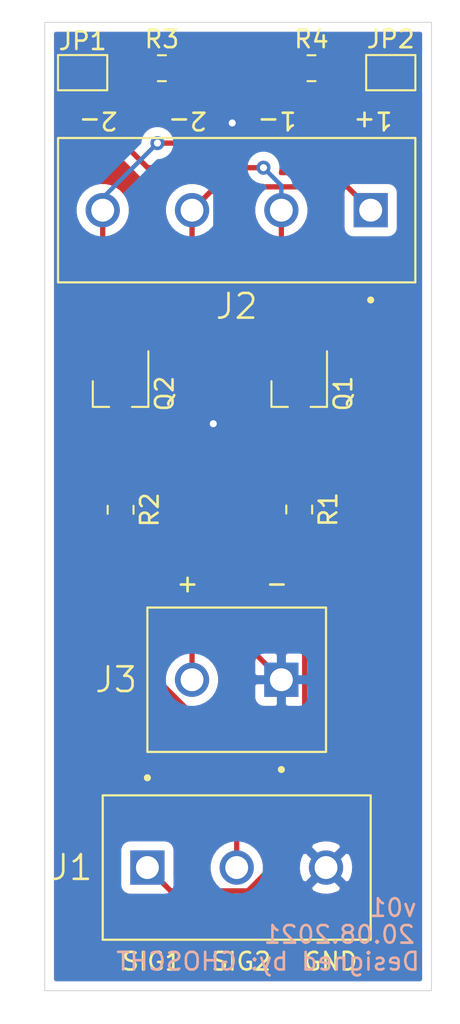
<source format=kicad_pcb>
(kicad_pcb (version 20171130) (host pcbnew "(5.1.10)-1")

  (general
    (thickness 1.6)
    (drawings 16)
    (tracks 50)
    (zones 0)
    (modules 11)
    (nets 11)
  )

  (page A4)
  (title_block
    (title "LED Module")
    (date 2021-08-19)
    (rev v01)
    (comment 4 "Author: GHOSCHT")
  )

  (layers
    (0 F.Cu signal)
    (31 B.Cu signal)
    (32 B.Adhes user)
    (33 F.Adhes user)
    (34 B.Paste user)
    (35 F.Paste user)
    (36 B.SilkS user hide)
    (37 F.SilkS user)
    (38 B.Mask user)
    (39 F.Mask user)
    (40 Dwgs.User user)
    (41 Cmts.User user)
    (42 Eco1.User user)
    (43 Eco2.User user)
    (44 Edge.Cuts user)
    (45 Margin user)
    (46 B.CrtYd user)
    (47 F.CrtYd user)
    (48 B.Fab user)
    (49 F.Fab user)
  )

  (setup
    (last_trace_width 0.25)
    (user_trace_width 0.3)
    (trace_clearance 0.2)
    (zone_clearance 0.508)
    (zone_45_only no)
    (trace_min 0.2)
    (via_size 0.8)
    (via_drill 0.4)
    (via_min_size 0.4)
    (via_min_drill 0.3)
    (uvia_size 0.3)
    (uvia_drill 0.1)
    (uvias_allowed no)
    (uvia_min_size 0.2)
    (uvia_min_drill 0.1)
    (edge_width 0.05)
    (segment_width 0.2)
    (pcb_text_width 0.3)
    (pcb_text_size 1.5 1.5)
    (mod_edge_width 0.12)
    (mod_text_size 1 1)
    (mod_text_width 0.15)
    (pad_size 1.524 1.524)
    (pad_drill 0.762)
    (pad_to_mask_clearance 0)
    (aux_axis_origin 0 0)
    (visible_elements 7FFFFFFF)
    (pcbplotparams
      (layerselection 0x010fc_ffffffff)
      (usegerberextensions true)
      (usegerberattributes true)
      (usegerberadvancedattributes true)
      (creategerberjobfile true)
      (excludeedgelayer true)
      (linewidth 0.100000)
      (plotframeref false)
      (viasonmask false)
      (mode 1)
      (useauxorigin false)
      (hpglpennumber 1)
      (hpglpenspeed 20)
      (hpglpendiameter 15.000000)
      (psnegative false)
      (psa4output false)
      (plotreference true)
      (plotvalue false)
      (plotinvisibletext false)
      (padsonsilk false)
      (subtractmaskfromsilk true)
      (outputformat 1)
      (mirror false)
      (drillshape 0)
      (scaleselection 1)
      (outputdirectory "Gerber/"))
  )

  (net 0 "")
  (net 1 "Net-(Q1-Pad1)")
  (net 2 "Net-(Q2-Pad1)")
  (net 3 SIG1)
  (net 4 SIG2)
  (net 5 GND)
  (net 6 VCC)
  (net 7 LED1N)
  (net 8 LED2N)
  (net 9 "Net-(JP1-Pad2)")
  (net 10 "Net-(JP2-Pad2)")

  (net_class Default "This is the default net class."
    (clearance 0.2)
    (trace_width 0.25)
    (via_dia 0.8)
    (via_drill 0.4)
    (uvia_dia 0.3)
    (uvia_drill 0.1)
    (add_net GND)
    (add_net LED1N)
    (add_net LED2N)
    (add_net "Net-(JP1-Pad2)")
    (add_net "Net-(JP2-Pad2)")
    (add_net "Net-(Q1-Pad1)")
    (add_net "Net-(Q2-Pad1)")
    (add_net SIG1)
    (add_net SIG2)
    (add_net VCC)
  )

  (module CUI_TB006-508-03BE:CUI_TB006-508-03BE (layer F.Cu) (tedit 6113F46A) (tstamp 611C5DC1)
    (at 142.494 94.742)
    (path /611C0292)
    (fp_text reference J1 (at -4.318 0) (layer F.SilkS)
      (effects (font (size 1.4 1.4) (thickness 0.15)))
    )
    (fp_text value Screw_Terminal_01x03 (at 4.826 5.842) (layer F.Fab)
      (effects (font (size 1.4 1.4) (thickness 0.15)))
    )
    (fp_circle (center 0 -5.1) (end 0.1 -5.1) (layer F.Fab) (width 0.2))
    (fp_circle (center 0 -5.1) (end 0.1 -5.1) (layer F.SilkS) (width 0.2))
    (fp_line (start 12.95 -4.35) (end 12.95 4.35) (layer F.CrtYd) (width 0.05))
    (fp_line (start -2.79 4.35) (end -2.79 -4.35) (layer F.CrtYd) (width 0.05))
    (fp_line (start 12.95 4.35) (end -2.79 4.35) (layer F.CrtYd) (width 0.05))
    (fp_line (start -2.79 -4.35) (end 12.95 -4.35) (layer F.CrtYd) (width 0.05))
    (fp_line (start 12.7 4.1) (end -2.54 4.1) (layer F.SilkS) (width 0.127))
    (fp_line (start -2.54 -4.1) (end 12.7 -4.1) (layer F.SilkS) (width 0.127))
    (fp_line (start 12.7 -4.1) (end 12.7 4.1) (layer F.SilkS) (width 0.127))
    (fp_line (start -2.54 4.1) (end -2.54 -4.1) (layer F.SilkS) (width 0.127))
    (fp_line (start 12.7 4.1) (end -2.54 4.1) (layer F.Fab) (width 0.127))
    (fp_line (start 12.7 -4.1) (end 12.7 4.1) (layer F.Fab) (width 0.127))
    (fp_line (start -2.54 -4.1) (end 12.7 -4.1) (layer F.Fab) (width 0.127))
    (fp_line (start -2.54 4.1) (end -2.54 -4.1) (layer F.Fab) (width 0.127))
    (pad 1 thru_hole rect (at 0 0) (size 1.95 1.95) (drill 1.3) (layers *.Cu *.Mask)
      (net 3 SIG1))
    (pad 2 thru_hole circle (at 5.08 0) (size 1.95 1.95) (drill 1.3) (layers *.Cu *.Mask)
      (net 4 SIG2))
    (pad 3 thru_hole circle (at 10.16 0) (size 1.95 1.95) (drill 1.3) (layers *.Cu *.Mask)
      (net 5 GND))
    (model ${KIPRJMOD}/Libraries/CUI_TB006-508-03BE.models/TB006-508-03BE.step
      (at (xyz 0 0 0))
      (scale (xyz 1 1 1))
      (rotate (xyz -90 0 0))
    )
  )

  (module CUI_TB006-508-04BE:CUI_TB006-508-04BE (layer F.Cu) (tedit 611C0388) (tstamp 611C611E)
    (at 155.194 57.404 180)
    (path /611C148E)
    (fp_text reference J2 (at 7.62 -5.461) (layer F.SilkS)
      (effects (font (size 1.4 1.4) (thickness 0.15)))
    )
    (fp_text value Screw_Terminal_01x04 (at 7.62 -5.08) (layer F.Fab)
      (effects (font (size 1.4 1.4) (thickness 0.15)))
    )
    (fp_line (start -2.54 4.1) (end -2.54 -4.1) (layer F.Fab) (width 0.127))
    (fp_line (start -2.54 -4.1) (end 17.78 -4.1) (layer F.Fab) (width 0.127))
    (fp_line (start 17.78 -4.1) (end 17.78 4.1) (layer F.Fab) (width 0.127))
    (fp_line (start 17.78 4.1) (end -2.54 4.1) (layer F.Fab) (width 0.127))
    (fp_line (start -2.54 4.1) (end -2.54 -4.1) (layer F.SilkS) (width 0.127))
    (fp_line (start 17.78 -4.1) (end 17.78 4.1) (layer F.SilkS) (width 0.127))
    (fp_line (start -2.54 -4.1) (end 17.78 -4.1) (layer F.SilkS) (width 0.127))
    (fp_line (start 17.78 4.1) (end -2.54 4.1) (layer F.SilkS) (width 0.127))
    (fp_line (start -2.79 -4.35) (end 18.03 -4.35) (layer F.CrtYd) (width 0.05))
    (fp_line (start 18.03 4.35) (end -2.79 4.35) (layer F.CrtYd) (width 0.05))
    (fp_line (start -2.79 4.35) (end -2.79 -4.35) (layer F.CrtYd) (width 0.05))
    (fp_line (start 18.03 -4.35) (end 18.03 4.35) (layer F.CrtYd) (width 0.05))
    (fp_circle (center 0 -5.1) (end 0.1 -5.1) (layer F.SilkS) (width 0.2))
    (fp_circle (center 0 -5.1) (end 0.1 -5.1) (layer F.Fab) (width 0.2))
    (pad 1 thru_hole rect (at 0 0 180) (size 1.95 1.95) (drill 1.3) (layers *.Cu *.Mask)
      (net 6 VCC))
    (pad 2 thru_hole circle (at 5.08 0 180) (size 1.95 1.95) (drill 1.3) (layers *.Cu *.Mask)
      (net 7 LED1N))
    (pad 3 thru_hole circle (at 10.16 0 180) (size 1.95 1.95) (drill 1.3) (layers *.Cu *.Mask)
      (net 6 VCC))
    (pad 4 thru_hole circle (at 15.24 0 180) (size 1.95 1.95) (drill 1.3) (layers *.Cu *.Mask)
      (net 8 LED2N))
    (model ${KIPRJMOD}/Libraries/CUI_TB006-508-04BE.models/CUI_DEVICES_TB006-508-04BE.step
      (offset (xyz 20.4 4 0))
      (scale (xyz 1 1 1))
      (rotate (xyz -90 0 90))
    )
  )

  (module Package_TO_SOT_SMD:SOT-23_Handsoldering (layer F.Cu) (tedit 5A0AB76C) (tstamp 611C6428)
    (at 151.13 67.818 270)
    (descr "SOT-23, Handsoldering")
    (tags SOT-23)
    (path /611C28DF)
    (attr smd)
    (fp_text reference Q1 (at 0 -2.5 90) (layer F.SilkS)
      (effects (font (size 1 1) (thickness 0.15)))
    )
    (fp_text value Q_NPN_BCE (at 0 2.5 90) (layer F.Fab)
      (effects (font (size 1 1) (thickness 0.15)))
    )
    (fp_line (start 0.76 1.58) (end 0.76 0.65) (layer F.SilkS) (width 0.12))
    (fp_line (start 0.76 -1.58) (end 0.76 -0.65) (layer F.SilkS) (width 0.12))
    (fp_line (start -2.7 -1.75) (end 2.7 -1.75) (layer F.CrtYd) (width 0.05))
    (fp_line (start 2.7 -1.75) (end 2.7 1.75) (layer F.CrtYd) (width 0.05))
    (fp_line (start 2.7 1.75) (end -2.7 1.75) (layer F.CrtYd) (width 0.05))
    (fp_line (start -2.7 1.75) (end -2.7 -1.75) (layer F.CrtYd) (width 0.05))
    (fp_line (start 0.76 -1.58) (end -2.4 -1.58) (layer F.SilkS) (width 0.12))
    (fp_line (start -0.7 -0.95) (end -0.7 1.5) (layer F.Fab) (width 0.1))
    (fp_line (start -0.15 -1.52) (end 0.7 -1.52) (layer F.Fab) (width 0.1))
    (fp_line (start -0.7 -0.95) (end -0.15 -1.52) (layer F.Fab) (width 0.1))
    (fp_line (start 0.7 -1.52) (end 0.7 1.52) (layer F.Fab) (width 0.1))
    (fp_line (start -0.7 1.52) (end 0.7 1.52) (layer F.Fab) (width 0.1))
    (fp_line (start 0.76 1.58) (end -0.7 1.58) (layer F.SilkS) (width 0.12))
    (fp_text user %R (at 0 0) (layer F.Fab)
      (effects (font (size 0.5 0.5) (thickness 0.075)))
    )
    (pad 1 smd rect (at -1.5 -0.95 270) (size 1.9 0.8) (layers F.Cu F.Paste F.Mask)
      (net 1 "Net-(Q1-Pad1)"))
    (pad 2 smd rect (at -1.5 0.95 270) (size 1.9 0.8) (layers F.Cu F.Paste F.Mask)
      (net 7 LED1N))
    (pad 3 smd rect (at 1.5 0 270) (size 1.9 0.8) (layers F.Cu F.Paste F.Mask)
      (net 5 GND))
    (model ${KISYS3DMOD}/Package_TO_SOT_SMD.3dshapes/SOT-23.wrl
      (at (xyz 0 0 0))
      (scale (xyz 1 1 1))
      (rotate (xyz 0 0 0))
    )
  )

  (module Package_TO_SOT_SMD:SOT-23_Handsoldering (layer F.Cu) (tedit 5A0AB76C) (tstamp 611C643D)
    (at 140.97 67.818 270)
    (descr "SOT-23, Handsoldering")
    (tags SOT-23)
    (path /611C3B1E)
    (attr smd)
    (fp_text reference Q2 (at 0 -2.5 90) (layer F.SilkS)
      (effects (font (size 1 1) (thickness 0.15)))
    )
    (fp_text value Q_NPN_BCE (at 0 2.5 90) (layer F.Fab)
      (effects (font (size 1 1) (thickness 0.15)))
    )
    (fp_line (start 0.76 1.58) (end -0.7 1.58) (layer F.SilkS) (width 0.12))
    (fp_line (start -0.7 1.52) (end 0.7 1.52) (layer F.Fab) (width 0.1))
    (fp_line (start 0.7 -1.52) (end 0.7 1.52) (layer F.Fab) (width 0.1))
    (fp_line (start -0.7 -0.95) (end -0.15 -1.52) (layer F.Fab) (width 0.1))
    (fp_line (start -0.15 -1.52) (end 0.7 -1.52) (layer F.Fab) (width 0.1))
    (fp_line (start -0.7 -0.95) (end -0.7 1.5) (layer F.Fab) (width 0.1))
    (fp_line (start 0.76 -1.58) (end -2.4 -1.58) (layer F.SilkS) (width 0.12))
    (fp_line (start -2.7 1.75) (end -2.7 -1.75) (layer F.CrtYd) (width 0.05))
    (fp_line (start 2.7 1.75) (end -2.7 1.75) (layer F.CrtYd) (width 0.05))
    (fp_line (start 2.7 -1.75) (end 2.7 1.75) (layer F.CrtYd) (width 0.05))
    (fp_line (start -2.7 -1.75) (end 2.7 -1.75) (layer F.CrtYd) (width 0.05))
    (fp_line (start 0.76 -1.58) (end 0.76 -0.65) (layer F.SilkS) (width 0.12))
    (fp_line (start 0.76 1.58) (end 0.76 0.65) (layer F.SilkS) (width 0.12))
    (fp_text user %R (at 0 0) (layer F.Fab)
      (effects (font (size 0.5 0.5) (thickness 0.075)))
    )
    (pad 3 smd rect (at 1.5 0 270) (size 1.9 0.8) (layers F.Cu F.Paste F.Mask)
      (net 5 GND))
    (pad 2 smd rect (at -1.5 0.95 270) (size 1.9 0.8) (layers F.Cu F.Paste F.Mask)
      (net 8 LED2N))
    (pad 1 smd rect (at -1.5 -0.95 270) (size 1.9 0.8) (layers F.Cu F.Paste F.Mask)
      (net 2 "Net-(Q2-Pad1)"))
    (model ${KISYS3DMOD}/Package_TO_SOT_SMD.3dshapes/SOT-23.wrl
      (at (xyz 0 0 0))
      (scale (xyz 1 1 1))
      (rotate (xyz 0 0 0))
    )
  )

  (module CUI_TB006-508-02BE:CUI_TB006-508-02BE (layer F.Cu) (tedit 611C079C) (tstamp 611C65CD)
    (at 150.114 84.074 180)
    (path /611DE627)
    (fp_text reference J3 (at 9.398 0) (layer F.SilkS)
      (effects (font (size 1.4 1.4) (thickness 0.15)))
    )
    (fp_text value Screw_Terminal_01x02 (at 2.54 5.334) (layer F.Fab)
      (effects (font (size 1.4 1.4) (thickness 0.15)))
    )
    (fp_circle (center 0 -5.1) (end 0.1 -5.1) (layer F.Fab) (width 0.2))
    (fp_circle (center 0 -5.1) (end 0.1 -5.1) (layer F.SilkS) (width 0.2))
    (fp_line (start 7.87 -4.35) (end 7.87 4.35) (layer F.CrtYd) (width 0.05))
    (fp_line (start -2.79 4.35) (end -2.79 -4.35) (layer F.CrtYd) (width 0.05))
    (fp_line (start 7.87 4.35) (end -2.79 4.35) (layer F.CrtYd) (width 0.05))
    (fp_line (start -2.79 -4.35) (end 7.87 -4.35) (layer F.CrtYd) (width 0.05))
    (fp_line (start 7.62 4.1) (end -2.54 4.1) (layer F.SilkS) (width 0.127))
    (fp_line (start -2.54 -4.1) (end 7.62 -4.1) (layer F.SilkS) (width 0.127))
    (fp_line (start 7.62 -4.1) (end 7.62 4.1) (layer F.SilkS) (width 0.127))
    (fp_line (start -2.54 4.1) (end -2.54 -4.1) (layer F.SilkS) (width 0.127))
    (fp_line (start 7.62 4.1) (end -2.54 4.1) (layer F.Fab) (width 0.127))
    (fp_line (start 7.62 -4.1) (end 7.62 4.1) (layer F.Fab) (width 0.127))
    (fp_line (start -2.54 -4.1) (end 7.62 -4.1) (layer F.Fab) (width 0.127))
    (fp_line (start -2.54 4.1) (end -2.54 -4.1) (layer F.Fab) (width 0.127))
    (pad 1 thru_hole rect (at 0 0 180) (size 1.95 1.95) (drill 1.3) (layers *.Cu *.Mask)
      (net 5 GND))
    (pad 2 thru_hole circle (at 5.08 0 180) (size 1.95 1.95) (drill 1.3) (layers *.Cu *.Mask)
      (net 6 VCC))
    (model ${KIPRJMOD}/Libraries/CUI_TB006-508-02BE.models/CUI_DEVICES_TB006-508-02BE.step
      (offset (xyz 10.15 4.1 0))
      (scale (xyz 1 1 1))
      (rotate (xyz -90 0 90))
    )
  )

  (module Resistor_SMD:R_0805_2012Metric_Pad1.20x1.40mm_HandSolder (layer F.Cu) (tedit 5F68FEEE) (tstamp 611F11E0)
    (at 151.13 74.406 270)
    (descr "Resistor SMD 0805 (2012 Metric), square (rectangular) end terminal, IPC_7351 nominal with elongated pad for handsoldering. (Body size source: IPC-SM-782 page 72, https://www.pcb-3d.com/wordpress/wp-content/uploads/ipc-sm-782a_amendment_1_and_2.pdf), generated with kicad-footprint-generator")
    (tags "resistor handsolder")
    (path /611DFF5B)
    (attr smd)
    (fp_text reference R1 (at 0 -1.65 90) (layer F.SilkS)
      (effects (font (size 1 1) (thickness 0.15)))
    )
    (fp_text value 470 (at 0 1.65 90) (layer F.Fab)
      (effects (font (size 1 1) (thickness 0.15)))
    )
    (fp_line (start 1.85 0.95) (end -1.85 0.95) (layer F.CrtYd) (width 0.05))
    (fp_line (start 1.85 -0.95) (end 1.85 0.95) (layer F.CrtYd) (width 0.05))
    (fp_line (start -1.85 -0.95) (end 1.85 -0.95) (layer F.CrtYd) (width 0.05))
    (fp_line (start -1.85 0.95) (end -1.85 -0.95) (layer F.CrtYd) (width 0.05))
    (fp_line (start -0.227064 0.735) (end 0.227064 0.735) (layer F.SilkS) (width 0.12))
    (fp_line (start -0.227064 -0.735) (end 0.227064 -0.735) (layer F.SilkS) (width 0.12))
    (fp_line (start 1 0.625) (end -1 0.625) (layer F.Fab) (width 0.1))
    (fp_line (start 1 -0.625) (end 1 0.625) (layer F.Fab) (width 0.1))
    (fp_line (start -1 -0.625) (end 1 -0.625) (layer F.Fab) (width 0.1))
    (fp_line (start -1 0.625) (end -1 -0.625) (layer F.Fab) (width 0.1))
    (fp_text user %R (at 0 0 90) (layer F.Fab)
      (effects (font (size 0.5 0.5) (thickness 0.08)))
    )
    (pad 1 smd roundrect (at -1 0 270) (size 1.2 1.4) (layers F.Cu F.Paste F.Mask) (roundrect_rratio 0.2083325)
      (net 1 "Net-(Q1-Pad1)"))
    (pad 2 smd roundrect (at 1 0 270) (size 1.2 1.4) (layers F.Cu F.Paste F.Mask) (roundrect_rratio 0.2083325)
      (net 3 SIG1))
    (model ${KISYS3DMOD}/Resistor_SMD.3dshapes/R_0805_2012Metric.wrl
      (at (xyz 0 0 0))
      (scale (xyz 1 1 1))
      (rotate (xyz 0 0 0))
    )
  )

  (module Resistor_SMD:R_0805_2012Metric_Pad1.20x1.40mm_HandSolder (layer F.Cu) (tedit 5F68FEEE) (tstamp 611C65EF)
    (at 140.97 74.422 270)
    (descr "Resistor SMD 0805 (2012 Metric), square (rectangular) end terminal, IPC_7351 nominal with elongated pad for handsoldering. (Body size source: IPC-SM-782 page 72, https://www.pcb-3d.com/wordpress/wp-content/uploads/ipc-sm-782a_amendment_1_and_2.pdf), generated with kicad-footprint-generator")
    (tags "resistor handsolder")
    (path /611E2082)
    (attr smd)
    (fp_text reference R2 (at 0 -1.65 90) (layer F.SilkS)
      (effects (font (size 1 1) (thickness 0.15)))
    )
    (fp_text value 470 (at 0 1.65 90) (layer F.Fab)
      (effects (font (size 1 1) (thickness 0.15)))
    )
    (fp_line (start -1 0.625) (end -1 -0.625) (layer F.Fab) (width 0.1))
    (fp_line (start -1 -0.625) (end 1 -0.625) (layer F.Fab) (width 0.1))
    (fp_line (start 1 -0.625) (end 1 0.625) (layer F.Fab) (width 0.1))
    (fp_line (start 1 0.625) (end -1 0.625) (layer F.Fab) (width 0.1))
    (fp_line (start -0.227064 -0.735) (end 0.227064 -0.735) (layer F.SilkS) (width 0.12))
    (fp_line (start -0.227064 0.735) (end 0.227064 0.735) (layer F.SilkS) (width 0.12))
    (fp_line (start -1.85 0.95) (end -1.85 -0.95) (layer F.CrtYd) (width 0.05))
    (fp_line (start -1.85 -0.95) (end 1.85 -0.95) (layer F.CrtYd) (width 0.05))
    (fp_line (start 1.85 -0.95) (end 1.85 0.95) (layer F.CrtYd) (width 0.05))
    (fp_line (start 1.85 0.95) (end -1.85 0.95) (layer F.CrtYd) (width 0.05))
    (fp_text user %R (at 0 0 90) (layer F.Fab)
      (effects (font (size 0.5 0.5) (thickness 0.08)))
    )
    (pad 2 smd roundrect (at 1 0 270) (size 1.2 1.4) (layers F.Cu F.Paste F.Mask) (roundrect_rratio 0.2083325)
      (net 4 SIG2))
    (pad 1 smd roundrect (at -1 0 270) (size 1.2 1.4) (layers F.Cu F.Paste F.Mask) (roundrect_rratio 0.2083325)
      (net 2 "Net-(Q2-Pad1)"))
    (model ${KISYS3DMOD}/Resistor_SMD.3dshapes/R_0805_2012Metric.wrl
      (at (xyz 0 0 0))
      (scale (xyz 1 1 1))
      (rotate (xyz 0 0 0))
    )
  )

  (module Jumper:SolderJumper-2_P1.3mm_Open_Pad1.0x1.5mm (layer F.Cu) (tedit 5A3EABFC) (tstamp 611F45AD)
    (at 138.811 49.5935)
    (descr "SMD Solder Jumper, 1x1.5mm Pads, 0.3mm gap, open")
    (tags "solder jumper open")
    (path /611EF295)
    (attr virtual)
    (fp_text reference JP1 (at 0 -1.8) (layer F.SilkS)
      (effects (font (size 1 1) (thickness 0.15)))
    )
    (fp_text value Jumper (at 0 1.9) (layer F.Fab)
      (effects (font (size 1 1) (thickness 0.15)))
    )
    (fp_line (start -1.4 1) (end -1.4 -1) (layer F.SilkS) (width 0.12))
    (fp_line (start 1.4 1) (end -1.4 1) (layer F.SilkS) (width 0.12))
    (fp_line (start 1.4 -1) (end 1.4 1) (layer F.SilkS) (width 0.12))
    (fp_line (start -1.4 -1) (end 1.4 -1) (layer F.SilkS) (width 0.12))
    (fp_line (start -1.65 -1.25) (end 1.65 -1.25) (layer F.CrtYd) (width 0.05))
    (fp_line (start -1.65 -1.25) (end -1.65 1.25) (layer F.CrtYd) (width 0.05))
    (fp_line (start 1.65 1.25) (end 1.65 -1.25) (layer F.CrtYd) (width 0.05))
    (fp_line (start 1.65 1.25) (end -1.65 1.25) (layer F.CrtYd) (width 0.05))
    (pad 2 smd rect (at 0.65 0) (size 1 1.5) (layers F.Cu F.Mask)
      (net 9 "Net-(JP1-Pad2)"))
    (pad 1 smd rect (at -0.65 0) (size 1 1.5) (layers F.Cu F.Mask)
      (net 7 LED1N))
  )

  (module Jumper:SolderJumper-2_P1.3mm_Open_Pad1.0x1.5mm (layer F.Cu) (tedit 5A3EABFC) (tstamp 61239CDF)
    (at 156.337 49.5935 180)
    (descr "SMD Solder Jumper, 1x1.5mm Pads, 0.3mm gap, open")
    (tags "solder jumper open")
    (path /611F131A)
    (attr virtual)
    (fp_text reference JP2 (at 0 1.905) (layer F.SilkS)
      (effects (font (size 1 1) (thickness 0.15)))
    )
    (fp_text value Jumper (at 0 -1.905) (layer F.Fab)
      (effects (font (size 1 1) (thickness 0.15)))
    )
    (fp_line (start 1.65 1.25) (end -1.65 1.25) (layer F.CrtYd) (width 0.05))
    (fp_line (start 1.65 1.25) (end 1.65 -1.25) (layer F.CrtYd) (width 0.05))
    (fp_line (start -1.65 -1.25) (end -1.65 1.25) (layer F.CrtYd) (width 0.05))
    (fp_line (start -1.65 -1.25) (end 1.65 -1.25) (layer F.CrtYd) (width 0.05))
    (fp_line (start -1.4 -1) (end 1.4 -1) (layer F.SilkS) (width 0.12))
    (fp_line (start 1.4 -1) (end 1.4 1) (layer F.SilkS) (width 0.12))
    (fp_line (start 1.4 1) (end -1.4 1) (layer F.SilkS) (width 0.12))
    (fp_line (start -1.4 1) (end -1.4 -1) (layer F.SilkS) (width 0.12))
    (pad 1 smd rect (at -0.65 0 180) (size 1 1.5) (layers F.Cu F.Mask)
      (net 8 LED2N))
    (pad 2 smd rect (at 0.65 0 180) (size 1 1.5) (layers F.Cu F.Mask)
      (net 10 "Net-(JP2-Pad2)"))
  )

  (module Resistor_SMD:R_0805_2012Metric_Pad1.20x1.40mm_HandSolder (layer F.Cu) (tedit 5F68FEEE) (tstamp 611F45CC)
    (at 143.3195 49.3395)
    (descr "Resistor SMD 0805 (2012 Metric), square (rectangular) end terminal, IPC_7351 nominal with elongated pad for handsoldering. (Body size source: IPC-SM-782 page 72, https://www.pcb-3d.com/wordpress/wp-content/uploads/ipc-sm-782a_amendment_1_and_2.pdf), generated with kicad-footprint-generator")
    (tags "resistor handsolder")
    (path /611F381A)
    (attr smd)
    (fp_text reference R3 (at 0 -1.65) (layer F.SilkS)
      (effects (font (size 1 1) (thickness 0.15)))
    )
    (fp_text value 10k (at 0 1.65) (layer F.Fab)
      (effects (font (size 1 1) (thickness 0.15)))
    )
    (fp_line (start -1 0.625) (end -1 -0.625) (layer F.Fab) (width 0.1))
    (fp_line (start -1 -0.625) (end 1 -0.625) (layer F.Fab) (width 0.1))
    (fp_line (start 1 -0.625) (end 1 0.625) (layer F.Fab) (width 0.1))
    (fp_line (start 1 0.625) (end -1 0.625) (layer F.Fab) (width 0.1))
    (fp_line (start -0.227064 -0.735) (end 0.227064 -0.735) (layer F.SilkS) (width 0.12))
    (fp_line (start -0.227064 0.735) (end 0.227064 0.735) (layer F.SilkS) (width 0.12))
    (fp_line (start -1.85 0.95) (end -1.85 -0.95) (layer F.CrtYd) (width 0.05))
    (fp_line (start -1.85 -0.95) (end 1.85 -0.95) (layer F.CrtYd) (width 0.05))
    (fp_line (start 1.85 -0.95) (end 1.85 0.95) (layer F.CrtYd) (width 0.05))
    (fp_line (start 1.85 0.95) (end -1.85 0.95) (layer F.CrtYd) (width 0.05))
    (fp_text user %R (at 0 0) (layer F.Fab)
      (effects (font (size 0.5 0.5) (thickness 0.08)))
    )
    (pad 1 smd roundrect (at -1 0) (size 1.2 1.4) (layers F.Cu F.Paste F.Mask) (roundrect_rratio 0.2083325)
      (net 9 "Net-(JP1-Pad2)"))
    (pad 2 smd roundrect (at 1 0) (size 1.2 1.4) (layers F.Cu F.Paste F.Mask) (roundrect_rratio 0.2083325)
      (net 5 GND))
    (model ${KISYS3DMOD}/Resistor_SMD.3dshapes/R_0805_2012Metric.wrl
      (at (xyz 0 0 0))
      (scale (xyz 1 1 1))
      (rotate (xyz 0 0 0))
    )
  )

  (module Resistor_SMD:R_0805_2012Metric_Pad1.20x1.40mm_HandSolder (layer F.Cu) (tedit 5F68FEEE) (tstamp 611F45DD)
    (at 151.8285 49.3395)
    (descr "Resistor SMD 0805 (2012 Metric), square (rectangular) end terminal, IPC_7351 nominal with elongated pad for handsoldering. (Body size source: IPC-SM-782 page 72, https://www.pcb-3d.com/wordpress/wp-content/uploads/ipc-sm-782a_amendment_1_and_2.pdf), generated with kicad-footprint-generator")
    (tags "resistor handsolder")
    (path /611F53B7)
    (attr smd)
    (fp_text reference R4 (at 0 -1.65) (layer F.SilkS)
      (effects (font (size 1 1) (thickness 0.15)))
    )
    (fp_text value 10k (at 0 1.65) (layer F.Fab)
      (effects (font (size 1 1) (thickness 0.15)))
    )
    (fp_line (start 1.85 0.95) (end -1.85 0.95) (layer F.CrtYd) (width 0.05))
    (fp_line (start 1.85 -0.95) (end 1.85 0.95) (layer F.CrtYd) (width 0.05))
    (fp_line (start -1.85 -0.95) (end 1.85 -0.95) (layer F.CrtYd) (width 0.05))
    (fp_line (start -1.85 0.95) (end -1.85 -0.95) (layer F.CrtYd) (width 0.05))
    (fp_line (start -0.227064 0.735) (end 0.227064 0.735) (layer F.SilkS) (width 0.12))
    (fp_line (start -0.227064 -0.735) (end 0.227064 -0.735) (layer F.SilkS) (width 0.12))
    (fp_line (start 1 0.625) (end -1 0.625) (layer F.Fab) (width 0.1))
    (fp_line (start 1 -0.625) (end 1 0.625) (layer F.Fab) (width 0.1))
    (fp_line (start -1 -0.625) (end 1 -0.625) (layer F.Fab) (width 0.1))
    (fp_line (start -1 0.625) (end -1 -0.625) (layer F.Fab) (width 0.1))
    (fp_text user %R (at 0 0) (layer F.Fab)
      (effects (font (size 0.5 0.5) (thickness 0.08)))
    )
    (pad 2 smd roundrect (at 1 0) (size 1.2 1.4) (layers F.Cu F.Paste F.Mask) (roundrect_rratio 0.2083325)
      (net 10 "Net-(JP2-Pad2)"))
    (pad 1 smd roundrect (at -1 0) (size 1.2 1.4) (layers F.Cu F.Paste F.Mask) (roundrect_rratio 0.2083325)
      (net 5 GND))
    (model ${KISYS3DMOD}/Resistor_SMD.3dshapes/R_0805_2012Metric.wrl
      (at (xyz 0 0 0))
      (scale (xyz 1 1 1))
      (rotate (xyz 0 0 0))
    )
  )

  (gr_text 1+ (at 155.321 52.324 180) (layer F.SilkS) (tstamp 612B687D)
    (effects (font (size 1 1) (thickness 0.15)))
  )
  (gr_text 2- (at 144.78 52.324 180) (layer F.SilkS) (tstamp 612B687D)
    (effects (font (size 1 1) (thickness 0.15)))
  )
  (gr_text 1- (at 149.86 52.324 180) (layer F.SilkS) (tstamp 612B687D)
    (effects (font (size 1 1) (thickness 0.15)))
  )
  (gr_text 2- (at 139.7 52.324 180) (layer F.SilkS) (tstamp 612B6803)
    (effects (font (size 1 1) (thickness 0.15)))
  )
  (gr_text - (at 149.86 78.74 180) (layer F.SilkS) (tstamp 612B6803)
    (effects (font (size 1 1) (thickness 0.15)))
  )
  (gr_text + (at 144.78 78.74 180) (layer F.SilkS) (tstamp 612B6803)
    (effects (font (size 1 1) (thickness 0.15)))
  )
  (gr_text GND (at 152.908 100.076) (layer F.SilkS) (tstamp 612B6803)
    (effects (font (size 1 1) (thickness 0.15)))
  )
  (gr_text SIG2 (at 147.828 100.076) (layer F.SilkS) (tstamp 612B6803)
    (effects (font (size 1 1) (thickness 0.15)))
  )
  (gr_text SIG1 (at 142.748 100.076) (layer F.SilkS)
    (effects (font (size 1 1) (thickness 0.15)))
  )
  (gr_text 20.08.2021 (at 153.416 98.552) (layer B.SilkS) (tstamp 612B67CC)
    (effects (font (size 1 1) (thickness 0.15)) (justify mirror))
  )
  (gr_text "Designed by: GHOSCHT" (at 149.352 100.076) (layer B.SilkS) (tstamp 612B6793)
    (effects (font (size 1 1) (thickness 0.15)) (justify mirror))
  )
  (gr_text v01 (at 156.464 97.028) (layer B.SilkS)
    (effects (font (size 1 1) (thickness 0.15)) (justify mirror))
  )
  (gr_line (start 136.652 101.736) (end 158.652 101.736) (layer Edge.Cuts) (width 0.05) (tstamp 611F0E3F))
  (gr_line (start 158.652 46.736) (end 158.652 101.736) (layer Edge.Cuts) (width 0.05) (tstamp 611F0E39))
  (gr_line (start 136.652 46.736) (end 136.652 101.736) (layer Edge.Cuts) (width 0.05))
  (gr_line (start 136.652 46.736) (end 158.652 46.736) (layer Edge.Cuts) (width 0.05))

  (segment (start 152.08 72.456) (end 151.13 73.406) (width 0.3) (layer F.Cu) (net 1))
  (segment (start 152.08 66.318) (end 152.08 72.456) (width 0.3) (layer F.Cu) (net 1))
  (segment (start 141.92 72.472) (end 140.97 73.422) (width 0.3) (layer F.Cu) (net 2))
  (segment (start 141.92 66.318) (end 141.92 72.472) (width 0.3) (layer F.Cu) (net 2))
  (segment (start 151.439001 75.715001) (end 151.13 75.406) (width 0.3) (layer F.Cu) (net 3))
  (segment (start 151.439001 92.838001) (end 151.439001 75.715001) (width 0.3) (layer F.Cu) (net 3))
  (segment (start 143.819001 96.067001) (end 148.210001 96.067001) (width 0.3) (layer F.Cu) (net 3))
  (segment (start 148.210001 96.067001) (end 151.439001 92.838001) (width 0.3) (layer F.Cu) (net 3))
  (segment (start 142.494 94.742) (end 143.819001 96.067001) (width 0.3) (layer F.Cu) (net 3))
  (segment (start 147.574 88.575002) (end 147.574 94.742) (width 0.3) (layer F.Cu) (net 4))
  (segment (start 140.97 81.971002) (end 147.574 88.575002) (width 0.3) (layer F.Cu) (net 4))
  (segment (start 140.97 75.422) (end 140.97 81.971002) (width 0.3) (layer F.Cu) (net 4))
  (segment (start 144.3195 49.3395) (end 150.8285 49.3395) (width 0.3) (layer F.Cu) (net 5))
  (segment (start 150.368 49.403) (end 147.32 52.451) (width 0.3) (layer F.Cu) (net 5))
  (segment (start 150.8285 49.3395) (end 149.0345 49.3395) (width 0.25) (layer F.Cu) (net 5))
  (via (at 146.2405 69.5325) (size 0.8) (drill 0.4) (layers F.Cu B.Cu) (net 5))
  (segment (start 146.386499 69.386501) (end 146.2405 69.5325) (width 0.25) (layer B.Cu) (net 5))
  (segment (start 146.2405 80.2005) (end 150.114 84.074) (width 0.3) (layer F.Cu) (net 5))
  (segment (start 146.2405 69.5325) (end 146.2405 80.2005) (width 0.3) (layer F.Cu) (net 5))
  (segment (start 146.386499 54.356) (end 146.386499 69.386501) (width 0.3) (layer B.Cu) (net 5))
  (segment (start 147.32 52.451) (end 147.32 52.451) (width 0.3) (layer F.Cu) (net 5) (tstamp 612B68E0))
  (via (at 147.32 52.451) (size 0.8) (drill 0.4) (layers F.Cu B.Cu) (net 5))
  (segment (start 147.32 53.422499) (end 146.386499 54.356) (width 0.25) (layer B.Cu) (net 5))
  (segment (start 147.32 52.451) (end 147.32 53.422499) (width 0.25) (layer B.Cu) (net 5))
  (segment (start 145.034 84.074) (end 145.034 57.404) (width 0.3) (layer F.Cu) (net 6))
  (segment (start 146.359001 56.078999) (end 145.034 57.404) (width 0.3) (layer F.Cu) (net 6))
  (segment (start 153.868999 56.078999) (end 146.359001 56.078999) (width 0.3) (layer F.Cu) (net 6))
  (segment (start 155.194 57.404) (end 153.868999 56.078999) (width 0.3) (layer F.Cu) (net 6))
  (segment (start 150.114 66.252) (end 150.18 66.318) (width 0.3) (layer F.Cu) (net 7))
  (segment (start 150.114 57.404) (end 150.114 66.252) (width 0.3) (layer F.Cu) (net 7))
  (via (at 149.098 54.991) (size 0.8) (drill 0.4) (layers F.Cu B.Cu) (net 7))
  (segment (start 150.114 56.007) (end 150.114 57.404) (width 0.25) (layer B.Cu) (net 7))
  (segment (start 149.098 54.991) (end 150.114 56.007) (width 0.25) (layer B.Cu) (net 7))
  (segment (start 142.5085 54.991) (end 138.161 50.6435) (width 0.3) (layer F.Cu) (net 7))
  (segment (start 138.161 50.6435) (end 138.161 49.5935) (width 0.3) (layer F.Cu) (net 7))
  (segment (start 149.098 54.991) (end 142.5085 54.991) (width 0.3) (layer F.Cu) (net 7))
  (segment (start 139.954 66.252) (end 140.02 66.318) (width 0.3) (layer F.Cu) (net 8))
  (segment (start 139.954 57.404) (end 139.954 66.252) (width 0.3) (layer F.Cu) (net 8))
  (via (at 143.0655 53.594) (size 0.8) (drill 0.4) (layers F.Cu B.Cu) (net 8))
  (segment (start 143.129 53.6575) (end 143.0655 53.594) (width 0.25) (layer F.Cu) (net 8))
  (segment (start 139.954 56.7055) (end 139.954 57.404) (width 0.25) (layer B.Cu) (net 8))
  (segment (start 143.0655 53.594) (end 139.954 56.7055) (width 0.25) (layer B.Cu) (net 8))
  (segment (start 156.987 50.6435) (end 156.987 49.5935) (width 0.3) (layer F.Cu) (net 8))
  (segment (start 154.0365 53.594) (end 156.987 50.6435) (width 0.3) (layer F.Cu) (net 8))
  (segment (start 143.0655 53.594) (end 154.0365 53.594) (width 0.3) (layer F.Cu) (net 8))
  (segment (start 142.0655 49.5935) (end 142.3195 49.3395) (width 0.3) (layer F.Cu) (net 9))
  (segment (start 139.461 49.5935) (end 142.0655 49.5935) (width 0.3) (layer F.Cu) (net 9))
  (segment (start 153.0825 49.5935) (end 152.8285 49.3395) (width 0.25) (layer F.Cu) (net 10))
  (segment (start 155.433 49.3395) (end 155.687 49.5935) (width 0.3) (layer F.Cu) (net 10))
  (segment (start 152.8285 49.3395) (end 155.433 49.3395) (width 0.3) (layer F.Cu) (net 10))

  (zone (net 5) (net_name GND) (layer F.Cu) (tstamp 612645D6) (hatch edge 0.508)
    (connect_pads (clearance 0.508))
    (min_thickness 0.254)
    (fill yes (arc_segments 32) (thermal_gap 0.508) (thermal_bridge_width 0.508))
    (polygon
      (pts
        (xy 160.274 103.632) (xy 134.112 103.632) (xy 134.112 45.72) (xy 160.274 45.72)
      )
    )
    (filled_polygon
      (pts
        (xy 157.992001 101.076) (xy 137.312 101.076) (xy 137.312 70.268) (xy 139.931928 70.268) (xy 139.944188 70.392482)
        (xy 139.980498 70.51218) (xy 140.039463 70.622494) (xy 140.118815 70.719185) (xy 140.215506 70.798537) (xy 140.32582 70.857502)
        (xy 140.445518 70.893812) (xy 140.57 70.906072) (xy 140.68425 70.903) (xy 140.843 70.74425) (xy 140.843 69.445)
        (xy 140.09375 69.445) (xy 139.935 69.60375) (xy 139.931928 70.268) (xy 137.312 70.268) (xy 137.312 50.876974)
        (xy 137.41682 50.933002) (xy 137.429681 50.936903) (xy 137.432246 50.945359) (xy 137.505138 51.081732) (xy 137.603236 51.201264)
        (xy 137.63319 51.225847) (xy 141.926158 55.518816) (xy 141.950736 55.548764) (xy 141.980684 55.573342) (xy 141.980687 55.573345)
        (xy 142.010059 55.59745) (xy 142.070267 55.646862) (xy 142.20664 55.719754) (xy 142.320172 55.754194) (xy 142.354612 55.764641)
        (xy 142.36899 55.766057) (xy 142.469939 55.776) (xy 142.469946 55.776) (xy 142.508499 55.779797) (xy 142.547052 55.776)
        (xy 145.551842 55.776) (xy 145.477222 55.85062) (xy 145.192571 55.794) (xy 144.875429 55.794) (xy 144.56438 55.855871)
        (xy 144.271379 55.977237) (xy 144.007685 56.153431) (xy 143.783431 56.377685) (xy 143.607237 56.641379) (xy 143.485871 56.93438)
        (xy 143.424 57.245429) (xy 143.424 57.562571) (xy 143.485871 57.87362) (xy 143.607237 58.166621) (xy 143.783431 58.430315)
        (xy 144.007685 58.654569) (xy 144.249001 58.815811) (xy 144.249 82.66219) (xy 144.007685 82.823431) (xy 143.783431 83.047685)
        (xy 143.607237 83.311379) (xy 143.552553 83.443397) (xy 141.755 81.645845) (xy 141.755 76.593944) (xy 141.759851 76.592472)
        (xy 141.913387 76.510405) (xy 142.047962 76.399962) (xy 142.158405 76.265387) (xy 142.240472 76.111851) (xy 142.291008 75.945255)
        (xy 142.308072 75.772001) (xy 142.308072 75.071999) (xy 142.291008 74.898745) (xy 142.240472 74.732149) (xy 142.158405 74.578613)
        (xy 142.047962 74.444038) (xy 142.021109 74.422) (xy 142.047962 74.399962) (xy 142.158405 74.265387) (xy 142.240472 74.111851)
        (xy 142.291008 73.945255) (xy 142.308072 73.772001) (xy 142.308072 73.194085) (xy 142.44781 73.054347) (xy 142.477764 73.029764)
        (xy 142.575862 72.910233) (xy 142.648754 72.77386) (xy 142.661407 72.732149) (xy 142.693642 72.625887) (xy 142.70102 72.550974)
        (xy 142.705 72.510561) (xy 142.705 72.510556) (xy 142.708797 72.472) (xy 142.705 72.433444) (xy 142.705 67.773501)
        (xy 142.771185 67.719185) (xy 142.850537 67.622494) (xy 142.909502 67.51218) (xy 142.945812 67.392482) (xy 142.958072 67.268)
        (xy 142.958072 65.368) (xy 142.945812 65.243518) (xy 142.909502 65.12382) (xy 142.850537 65.013506) (xy 142.771185 64.916815)
        (xy 142.674494 64.837463) (xy 142.56418 64.778498) (xy 142.444482 64.742188) (xy 142.32 64.729928) (xy 141.52 64.729928)
        (xy 141.395518 64.742188) (xy 141.27582 64.778498) (xy 141.165506 64.837463) (xy 141.068815 64.916815) (xy 140.989463 65.013506)
        (xy 140.97 65.049918) (xy 140.950537 65.013506) (xy 140.871185 64.916815) (xy 140.774494 64.837463) (xy 140.739 64.818491)
        (xy 140.739 58.81581) (xy 140.980315 58.654569) (xy 141.204569 58.430315) (xy 141.380763 58.166621) (xy 141.502129 57.87362)
        (xy 141.564 57.562571) (xy 141.564 57.245429) (xy 141.502129 56.93438) (xy 141.380763 56.641379) (xy 141.204569 56.377685)
        (xy 140.980315 56.153431) (xy 140.716621 55.977237) (xy 140.42362 55.855871) (xy 140.112571 55.794) (xy 139.795429 55.794)
        (xy 139.48438 55.855871) (xy 139.191379 55.977237) (xy 138.927685 56.153431) (xy 138.703431 56.377685) (xy 138.527237 56.641379)
        (xy 138.405871 56.93438) (xy 138.344 57.245429) (xy 138.344 57.562571) (xy 138.405871 57.87362) (xy 138.527237 58.166621)
        (xy 138.703431 58.430315) (xy 138.927685 58.654569) (xy 139.169 58.81581) (xy 139.169001 64.916662) (xy 139.168815 64.916815)
        (xy 139.089463 65.013506) (xy 139.030498 65.12382) (xy 138.994188 65.243518) (xy 138.981928 65.368) (xy 138.981928 67.268)
        (xy 138.994188 67.392482) (xy 139.030498 67.51218) (xy 139.089463 67.622494) (xy 139.168815 67.719185) (xy 139.265506 67.798537)
        (xy 139.37582 67.857502) (xy 139.495518 67.893812) (xy 139.62 67.906072) (xy 140.131905 67.906072) (xy 140.118815 67.916815)
        (xy 140.039463 68.013506) (xy 139.980498 68.12382) (xy 139.944188 68.243518) (xy 139.931928 68.368) (xy 139.935 69.03225)
        (xy 140.09375 69.191) (xy 140.843 69.191) (xy 140.843 67.89175) (xy 140.758393 67.807143) (xy 140.774494 67.798537)
        (xy 140.871185 67.719185) (xy 140.950537 67.622494) (xy 140.97 67.586082) (xy 140.989463 67.622494) (xy 141.068815 67.719185)
        (xy 141.135 67.773502) (xy 141.135 67.85375) (xy 141.097 67.89175) (xy 141.097 69.191) (xy 141.117 69.191)
        (xy 141.117 69.445) (xy 141.097 69.445) (xy 141.097 70.74425) (xy 141.135001 70.782251) (xy 141.135001 72.146842)
        (xy 141.097915 72.183928) (xy 140.519999 72.183928) (xy 140.346745 72.200992) (xy 140.180149 72.251528) (xy 140.026613 72.333595)
        (xy 139.892038 72.444038) (xy 139.781595 72.578613) (xy 139.699528 72.732149) (xy 139.648992 72.898745) (xy 139.631928 73.071999)
        (xy 139.631928 73.772001) (xy 139.648992 73.945255) (xy 139.699528 74.111851) (xy 139.781595 74.265387) (xy 139.892038 74.399962)
        (xy 139.918891 74.422) (xy 139.892038 74.444038) (xy 139.781595 74.578613) (xy 139.699528 74.732149) (xy 139.648992 74.898745)
        (xy 139.631928 75.071999) (xy 139.631928 75.772001) (xy 139.648992 75.945255) (xy 139.699528 76.111851) (xy 139.781595 76.265387)
        (xy 139.892038 76.399962) (xy 140.026613 76.510405) (xy 140.180149 76.592472) (xy 140.185 76.593944) (xy 140.185001 81.932439)
        (xy 140.181203 81.971002) (xy 140.196359 82.124888) (xy 140.241246 82.272861) (xy 140.241247 82.272862) (xy 140.314139 82.409235)
        (xy 140.35469 82.458646) (xy 140.387655 82.498814) (xy 140.387659 82.498818) (xy 140.412237 82.528766) (xy 140.442185 82.553344)
        (xy 146.789 88.90016) (xy 146.789001 93.33019) (xy 146.547685 93.491431) (xy 146.323431 93.715685) (xy 146.147237 93.979379)
        (xy 146.025871 94.27238) (xy 145.964 94.583429) (xy 145.964 94.900571) (xy 146.025871 95.21162) (xy 146.055024 95.282001)
        (xy 144.144159 95.282001) (xy 144.107072 95.244914) (xy 144.107072 93.767) (xy 144.094812 93.642518) (xy 144.058502 93.52282)
        (xy 143.999537 93.412506) (xy 143.920185 93.315815) (xy 143.823494 93.236463) (xy 143.71318 93.177498) (xy 143.593482 93.141188)
        (xy 143.469 93.128928) (xy 141.519 93.128928) (xy 141.394518 93.141188) (xy 141.27482 93.177498) (xy 141.164506 93.236463)
        (xy 141.067815 93.315815) (xy 140.988463 93.412506) (xy 140.929498 93.52282) (xy 140.893188 93.642518) (xy 140.880928 93.767)
        (xy 140.880928 95.717) (xy 140.893188 95.841482) (xy 140.929498 95.96118) (xy 140.988463 96.071494) (xy 141.067815 96.168185)
        (xy 141.164506 96.247537) (xy 141.27482 96.306502) (xy 141.394518 96.342812) (xy 141.519 96.355072) (xy 142.996914 96.355072)
        (xy 143.236659 96.594817) (xy 143.261237 96.624765) (xy 143.291185 96.649343) (xy 143.291188 96.649346) (xy 143.32056 96.673451)
        (xy 143.380768 96.722863) (xy 143.517141 96.795755) (xy 143.630673 96.830195) (xy 143.665113 96.840642) (xy 143.679491 96.842058)
        (xy 143.78044 96.852001) (xy 143.780447 96.852001) (xy 143.819 96.855798) (xy 143.857553 96.852001) (xy 148.171448 96.852001)
        (xy 148.210001 96.855798) (xy 148.248554 96.852001) (xy 148.248562 96.852001) (xy 148.363888 96.840642) (xy 148.511861 96.795755)
        (xy 148.648234 96.722863) (xy 148.767765 96.624765) (xy 148.792348 96.594811) (xy 149.527575 95.859584) (xy 151.716021 95.859584)
        (xy 151.808766 96.121429) (xy 152.09412 96.25982) (xy 152.40099 96.339883) (xy 152.717584 96.35854) (xy 153.031733 96.315074)
        (xy 153.331367 96.211156) (xy 153.499234 96.121429) (xy 153.591979 95.859584) (xy 152.654 94.921605) (xy 151.716021 95.859584)
        (xy 149.527575 95.859584) (xy 151.111873 94.275286) (xy 151.056117 94.48899) (xy 151.03746 94.805584) (xy 151.080926 95.119733)
        (xy 151.184844 95.419367) (xy 151.274571 95.587234) (xy 151.536416 95.679979) (xy 152.474395 94.742) (xy 152.833605 94.742)
        (xy 153.771584 95.679979) (xy 154.033429 95.587234) (xy 154.17182 95.30188) (xy 154.251883 94.99501) (xy 154.27054 94.678416)
        (xy 154.227074 94.364267) (xy 154.123156 94.064633) (xy 154.033429 93.896766) (xy 153.771584 93.804021) (xy 152.833605 94.742)
        (xy 152.474395 94.742) (xy 152.460253 94.727858) (xy 152.639858 94.548253) (xy 152.654 94.562395) (xy 153.591979 93.624416)
        (xy 153.499234 93.362571) (xy 153.21388 93.22418) (xy 152.90701 93.144117) (xy 152.590416 93.12546) (xy 152.276267 93.168926)
        (xy 152.123992 93.221738) (xy 152.167755 93.139861) (xy 152.17014 93.132) (xy 152.212643 92.991888) (xy 152.220021 92.916975)
        (xy 152.224001 92.876562) (xy 152.224001 92.876557) (xy 152.227798 92.838001) (xy 152.224001 92.799445) (xy 152.224001 76.364418)
        (xy 152.318405 76.249387) (xy 152.400472 76.095851) (xy 152.451008 75.929255) (xy 152.468072 75.756001) (xy 152.468072 75.055999)
        (xy 152.451008 74.882745) (xy 152.400472 74.716149) (xy 152.318405 74.562613) (xy 152.207962 74.428038) (xy 152.181109 74.406)
        (xy 152.207962 74.383962) (xy 152.318405 74.249387) (xy 152.400472 74.095851) (xy 152.451008 73.929255) (xy 152.468072 73.756001)
        (xy 152.468072 73.178085) (xy 152.60781 73.038347) (xy 152.637764 73.013764) (xy 152.735862 72.894233) (xy 152.808754 72.75786)
        (xy 152.821407 72.716149) (xy 152.853642 72.609887) (xy 152.863424 72.510561) (xy 152.865 72.494561) (xy 152.865 72.494556)
        (xy 152.868797 72.456) (xy 152.865 72.417444) (xy 152.865 67.773501) (xy 152.931185 67.719185) (xy 153.010537 67.622494)
        (xy 153.069502 67.51218) (xy 153.105812 67.392482) (xy 153.118072 67.268) (xy 153.118072 65.368) (xy 153.105812 65.243518)
        (xy 153.069502 65.12382) (xy 153.010537 65.013506) (xy 152.931185 64.916815) (xy 152.834494 64.837463) (xy 152.72418 64.778498)
        (xy 152.604482 64.742188) (xy 152.48 64.729928) (xy 151.68 64.729928) (xy 151.555518 64.742188) (xy 151.43582 64.778498)
        (xy 151.325506 64.837463) (xy 151.228815 64.916815) (xy 151.149463 65.013506) (xy 151.13 65.049918) (xy 151.110537 65.013506)
        (xy 151.031185 64.916815) (xy 150.934494 64.837463) (xy 150.899 64.818491) (xy 150.899 58.81581) (xy 151.140315 58.654569)
        (xy 151.364569 58.430315) (xy 151.540763 58.166621) (xy 151.662129 57.87362) (xy 151.724 57.562571) (xy 151.724 57.245429)
        (xy 151.662129 56.93438) (xy 151.632976 56.863999) (xy 153.543842 56.863999) (xy 153.580928 56.901085) (xy 153.580928 58.379)
        (xy 153.593188 58.503482) (xy 153.629498 58.62318) (xy 153.688463 58.733494) (xy 153.767815 58.830185) (xy 153.864506 58.909537)
        (xy 153.97482 58.968502) (xy 154.094518 59.004812) (xy 154.219 59.017072) (xy 156.169 59.017072) (xy 156.293482 59.004812)
        (xy 156.41318 58.968502) (xy 156.523494 58.909537) (xy 156.620185 58.830185) (xy 156.699537 58.733494) (xy 156.758502 58.62318)
        (xy 156.794812 58.503482) (xy 156.807072 58.379) (xy 156.807072 56.429) (xy 156.794812 56.304518) (xy 156.758502 56.18482)
        (xy 156.699537 56.074506) (xy 156.620185 55.977815) (xy 156.523494 55.898463) (xy 156.41318 55.839498) (xy 156.293482 55.803188)
        (xy 156.169 55.790928) (xy 154.691085 55.790928) (xy 154.451346 55.551189) (xy 154.426763 55.521235) (xy 154.307232 55.423137)
        (xy 154.170859 55.350245) (xy 154.022886 55.305358) (xy 153.90756 55.293999) (xy 153.907552 55.293999) (xy 153.868999 55.290202)
        (xy 153.830446 55.293999) (xy 150.09277 55.293999) (xy 150.093226 55.292898) (xy 150.133 55.092939) (xy 150.133 54.889061)
        (xy 150.093226 54.689102) (xy 150.015205 54.500744) (xy 149.933858 54.379) (xy 153.997947 54.379) (xy 154.0365 54.382797)
        (xy 154.075053 54.379) (xy 154.075061 54.379) (xy 154.190387 54.367641) (xy 154.33836 54.322754) (xy 154.474733 54.249862)
        (xy 154.594264 54.151764) (xy 154.618847 54.12181) (xy 157.514817 51.225841) (xy 157.544764 51.201264) (xy 157.569346 51.171312)
        (xy 157.59345 51.141941) (xy 157.642862 51.081733) (xy 157.715754 50.94536) (xy 157.718319 50.936903) (xy 157.73118 50.933002)
        (xy 157.841494 50.874037) (xy 157.938185 50.794685) (xy 157.992 50.729111)
      )
    )
    (filled_polygon
      (pts
        (xy 148.565871 56.93438) (xy 148.504 57.245429) (xy 148.504 57.562571) (xy 148.565871 57.87362) (xy 148.687237 58.166621)
        (xy 148.863431 58.430315) (xy 149.087685 58.654569) (xy 149.329 58.81581) (xy 149.329001 64.916662) (xy 149.328815 64.916815)
        (xy 149.249463 65.013506) (xy 149.190498 65.12382) (xy 149.154188 65.243518) (xy 149.141928 65.368) (xy 149.141928 67.268)
        (xy 149.154188 67.392482) (xy 149.190498 67.51218) (xy 149.249463 67.622494) (xy 149.328815 67.719185) (xy 149.425506 67.798537)
        (xy 149.53582 67.857502) (xy 149.655518 67.893812) (xy 149.78 67.906072) (xy 150.291905 67.906072) (xy 150.278815 67.916815)
        (xy 150.199463 68.013506) (xy 150.140498 68.12382) (xy 150.104188 68.243518) (xy 150.091928 68.368) (xy 150.095 69.03225)
        (xy 150.25375 69.191) (xy 151.003 69.191) (xy 151.003 67.89175) (xy 150.918393 67.807143) (xy 150.934494 67.798537)
        (xy 151.031185 67.719185) (xy 151.110537 67.622494) (xy 151.13 67.586082) (xy 151.149463 67.622494) (xy 151.228815 67.719185)
        (xy 151.295 67.773502) (xy 151.295 67.85375) (xy 151.257 67.89175) (xy 151.257 69.191) (xy 151.277 69.191)
        (xy 151.277 69.445) (xy 151.257 69.445) (xy 151.257 70.74425) (xy 151.295001 70.782251) (xy 151.295001 72.130842)
        (xy 151.257915 72.167928) (xy 150.679999 72.167928) (xy 150.506745 72.184992) (xy 150.340149 72.235528) (xy 150.186613 72.317595)
        (xy 150.052038 72.428038) (xy 149.941595 72.562613) (xy 149.859528 72.716149) (xy 149.808992 72.882745) (xy 149.791928 73.055999)
        (xy 149.791928 73.756001) (xy 149.808992 73.929255) (xy 149.859528 74.095851) (xy 149.941595 74.249387) (xy 150.052038 74.383962)
        (xy 150.078891 74.406) (xy 150.052038 74.428038) (xy 149.941595 74.562613) (xy 149.859528 74.716149) (xy 149.808992 74.882745)
        (xy 149.791928 75.055999) (xy 149.791928 75.756001) (xy 149.808992 75.929255) (xy 149.859528 76.095851) (xy 149.941595 76.249387)
        (xy 150.052038 76.383962) (xy 150.186613 76.494405) (xy 150.340149 76.576472) (xy 150.506745 76.627008) (xy 150.654002 76.641512)
        (xy 150.654002 82.462867) (xy 150.39975 82.464) (xy 150.241 82.62275) (xy 150.241 83.947) (xy 150.261 83.947)
        (xy 150.261 84.201) (xy 150.241 84.201) (xy 150.241 85.52525) (xy 150.39975 85.684) (xy 150.654001 85.685133)
        (xy 150.654001 92.512844) (xy 149.055447 94.111398) (xy 149.000763 93.979379) (xy 148.824569 93.715685) (xy 148.600315 93.491431)
        (xy 148.359 93.33019) (xy 148.359 88.613554) (xy 148.362797 88.575001) (xy 148.359 88.536448) (xy 148.359 88.536441)
        (xy 148.347641 88.421115) (xy 148.302754 88.273142) (xy 148.229862 88.136769) (xy 148.131764 88.017238) (xy 148.101817 87.992661)
        (xy 145.664603 85.555447) (xy 145.796621 85.500763) (xy 146.060315 85.324569) (xy 146.284569 85.100315) (xy 146.318856 85.049)
        (xy 148.500928 85.049) (xy 148.513188 85.173482) (xy 148.549498 85.29318) (xy 148.608463 85.403494) (xy 148.687815 85.500185)
        (xy 148.784506 85.579537) (xy 148.89482 85.638502) (xy 149.014518 85.674812) (xy 149.139 85.687072) (xy 149.82825 85.684)
        (xy 149.987 85.52525) (xy 149.987 84.201) (xy 148.66275 84.201) (xy 148.504 84.35975) (xy 148.500928 85.049)
        (xy 146.318856 85.049) (xy 146.460763 84.836621) (xy 146.582129 84.54362) (xy 146.644 84.232571) (xy 146.644 83.915429)
        (xy 146.582129 83.60438) (xy 146.460763 83.311379) (xy 146.318857 83.099) (xy 148.500928 83.099) (xy 148.504 83.78825)
        (xy 148.66275 83.947) (xy 149.987 83.947) (xy 149.987 82.62275) (xy 149.82825 82.464) (xy 149.139 82.460928)
        (xy 149.014518 82.473188) (xy 148.89482 82.509498) (xy 148.784506 82.568463) (xy 148.687815 82.647815) (xy 148.608463 82.744506)
        (xy 148.549498 82.85482) (xy 148.513188 82.974518) (xy 148.500928 83.099) (xy 146.318857 83.099) (xy 146.284569 83.047685)
        (xy 146.060315 82.823431) (xy 145.819 82.66219) (xy 145.819 70.268) (xy 150.091928 70.268) (xy 150.104188 70.392482)
        (xy 150.140498 70.51218) (xy 150.199463 70.622494) (xy 150.278815 70.719185) (xy 150.375506 70.798537) (xy 150.48582 70.857502)
        (xy 150.605518 70.893812) (xy 150.73 70.906072) (xy 150.84425 70.903) (xy 151.003 70.74425) (xy 151.003 69.445)
        (xy 150.25375 69.445) (xy 150.095 69.60375) (xy 150.091928 70.268) (xy 145.819 70.268) (xy 145.819 58.81581)
        (xy 146.060315 58.654569) (xy 146.284569 58.430315) (xy 146.460763 58.166621) (xy 146.582129 57.87362) (xy 146.644 57.562571)
        (xy 146.644 57.245429) (xy 146.58738 56.960778) (xy 146.684159 56.863999) (xy 148.595024 56.863999)
      )
    )
    (filled_polygon
      (pts
        (xy 157.992 48.457889) (xy 157.938185 48.392315) (xy 157.841494 48.312963) (xy 157.73118 48.253998) (xy 157.611482 48.217688)
        (xy 157.487 48.205428) (xy 156.487 48.205428) (xy 156.362518 48.217688) (xy 156.337 48.225429) (xy 156.311482 48.217688)
        (xy 156.187 48.205428) (xy 155.187 48.205428) (xy 155.062518 48.217688) (xy 154.94282 48.253998) (xy 154.832506 48.312963)
        (xy 154.735815 48.392315) (xy 154.656463 48.489006) (xy 154.621455 48.5545) (xy 154.000444 48.5545) (xy 153.998972 48.549649)
        (xy 153.916905 48.396113) (xy 153.806462 48.261538) (xy 153.671887 48.151095) (xy 153.518351 48.069028) (xy 153.351755 48.018492)
        (xy 153.178501 48.001428) (xy 152.478499 48.001428) (xy 152.305245 48.018492) (xy 152.138649 48.069028) (xy 151.985113 48.151095)
        (xy 151.903863 48.217776) (xy 151.879685 48.188315) (xy 151.782994 48.108963) (xy 151.67268 48.049998) (xy 151.552982 48.013688)
        (xy 151.4285 48.001428) (xy 151.11425 48.0045) (xy 150.9555 48.16325) (xy 150.9555 49.2125) (xy 150.9755 49.2125)
        (xy 150.9755 49.4665) (xy 150.9555 49.4665) (xy 150.9555 50.51575) (xy 151.11425 50.6745) (xy 151.4285 50.677572)
        (xy 151.552982 50.665312) (xy 151.67268 50.629002) (xy 151.782994 50.570037) (xy 151.879685 50.490685) (xy 151.903863 50.461224)
        (xy 151.985113 50.527905) (xy 152.138649 50.609972) (xy 152.305245 50.660508) (xy 152.478499 50.677572) (xy 153.178501 50.677572)
        (xy 153.351755 50.660508) (xy 153.518351 50.609972) (xy 153.671887 50.527905) (xy 153.806462 50.417462) (xy 153.916905 50.282887)
        (xy 153.998972 50.129351) (xy 154.000444 50.1245) (xy 154.548928 50.1245) (xy 154.548928 50.3435) (xy 154.561188 50.467982)
        (xy 154.597498 50.58768) (xy 154.656463 50.697994) (xy 154.735815 50.794685) (xy 154.832506 50.874037) (xy 154.94282 50.933002)
        (xy 155.062518 50.969312) (xy 155.187 50.981572) (xy 155.53877 50.981572) (xy 153.711343 52.809) (xy 143.744211 52.809)
        (xy 143.725274 52.790063) (xy 143.555756 52.676795) (xy 143.367398 52.598774) (xy 143.167439 52.559) (xy 142.963561 52.559)
        (xy 142.763602 52.598774) (xy 142.575244 52.676795) (xy 142.405726 52.790063) (xy 142.261563 52.934226) (xy 142.148295 53.103744)
        (xy 142.070274 53.292102) (xy 142.045302 53.417644) (xy 139.609229 50.981572) (xy 139.961 50.981572) (xy 140.085482 50.969312)
        (xy 140.20518 50.933002) (xy 140.315494 50.874037) (xy 140.412185 50.794685) (xy 140.491537 50.697994) (xy 140.550502 50.58768)
        (xy 140.586812 50.467982) (xy 140.595625 50.3785) (xy 141.309563 50.3785) (xy 141.341538 50.417462) (xy 141.476113 50.527905)
        (xy 141.629649 50.609972) (xy 141.796245 50.660508) (xy 141.969499 50.677572) (xy 142.669501 50.677572) (xy 142.842755 50.660508)
        (xy 143.009351 50.609972) (xy 143.162887 50.527905) (xy 143.244137 50.461224) (xy 143.268315 50.490685) (xy 143.365006 50.570037)
        (xy 143.47532 50.629002) (xy 143.595018 50.665312) (xy 143.7195 50.677572) (xy 144.03375 50.6745) (xy 144.1925 50.51575)
        (xy 144.1925 49.4665) (xy 144.4465 49.4665) (xy 144.4465 50.51575) (xy 144.60525 50.6745) (xy 144.9195 50.677572)
        (xy 145.043982 50.665312) (xy 145.16368 50.629002) (xy 145.273994 50.570037) (xy 145.370685 50.490685) (xy 145.450037 50.393994)
        (xy 145.509002 50.28368) (xy 145.545312 50.163982) (xy 145.557572 50.0395) (xy 149.590428 50.0395) (xy 149.602688 50.163982)
        (xy 149.638998 50.28368) (xy 149.697963 50.393994) (xy 149.777315 50.490685) (xy 149.874006 50.570037) (xy 149.98432 50.629002)
        (xy 150.104018 50.665312) (xy 150.2285 50.677572) (xy 150.54275 50.6745) (xy 150.7015 50.51575) (xy 150.7015 49.4665)
        (xy 149.75225 49.4665) (xy 149.5935 49.62525) (xy 149.590428 50.0395) (xy 145.557572 50.0395) (xy 145.5545 49.62525)
        (xy 145.39575 49.4665) (xy 144.4465 49.4665) (xy 144.1925 49.4665) (xy 144.1725 49.4665) (xy 144.1725 49.2125)
        (xy 144.1925 49.2125) (xy 144.1925 48.16325) (xy 144.4465 48.16325) (xy 144.4465 49.2125) (xy 145.39575 49.2125)
        (xy 145.5545 49.05375) (xy 145.557572 48.6395) (xy 149.590428 48.6395) (xy 149.5935 49.05375) (xy 149.75225 49.2125)
        (xy 150.7015 49.2125) (xy 150.7015 48.16325) (xy 150.54275 48.0045) (xy 150.2285 48.001428) (xy 150.104018 48.013688)
        (xy 149.98432 48.049998) (xy 149.874006 48.108963) (xy 149.777315 48.188315) (xy 149.697963 48.285006) (xy 149.638998 48.39532)
        (xy 149.602688 48.515018) (xy 149.590428 48.6395) (xy 145.557572 48.6395) (xy 145.545312 48.515018) (xy 145.509002 48.39532)
        (xy 145.450037 48.285006) (xy 145.370685 48.188315) (xy 145.273994 48.108963) (xy 145.16368 48.049998) (xy 145.043982 48.013688)
        (xy 144.9195 48.001428) (xy 144.60525 48.0045) (xy 144.4465 48.16325) (xy 144.1925 48.16325) (xy 144.03375 48.0045)
        (xy 143.7195 48.001428) (xy 143.595018 48.013688) (xy 143.47532 48.049998) (xy 143.365006 48.108963) (xy 143.268315 48.188315)
        (xy 143.244137 48.217776) (xy 143.162887 48.151095) (xy 143.009351 48.069028) (xy 142.842755 48.018492) (xy 142.669501 48.001428)
        (xy 141.969499 48.001428) (xy 141.796245 48.018492) (xy 141.629649 48.069028) (xy 141.476113 48.151095) (xy 141.341538 48.261538)
        (xy 141.231095 48.396113) (xy 141.149028 48.549649) (xy 141.098492 48.716245) (xy 141.089406 48.8085) (xy 140.595625 48.8085)
        (xy 140.586812 48.719018) (xy 140.550502 48.59932) (xy 140.491537 48.489006) (xy 140.412185 48.392315) (xy 140.315494 48.312963)
        (xy 140.20518 48.253998) (xy 140.085482 48.217688) (xy 139.961 48.205428) (xy 138.961 48.205428) (xy 138.836518 48.217688)
        (xy 138.811 48.225429) (xy 138.785482 48.217688) (xy 138.661 48.205428) (xy 137.661 48.205428) (xy 137.536518 48.217688)
        (xy 137.41682 48.253998) (xy 137.312 48.310026) (xy 137.312 47.396) (xy 157.992 47.396)
      )
    )
  )
  (zone (net 5) (net_name GND) (layer B.Cu) (tstamp 612645D3) (hatch edge 0.508)
    (connect_pads (clearance 0.508))
    (min_thickness 0.254)
    (fill yes (arc_segments 32) (thermal_gap 0.508) (thermal_bridge_width 0.508))
    (polygon
      (pts
        (xy 160.274 103.124) (xy 135.128 103.124) (xy 135.128 45.466) (xy 160.274 45.466)
      )
    )
    (filled_polygon
      (pts
        (xy 157.992001 101.076) (xy 137.312 101.076) (xy 137.312 93.767) (xy 140.880928 93.767) (xy 140.880928 95.717)
        (xy 140.893188 95.841482) (xy 140.929498 95.96118) (xy 140.988463 96.071494) (xy 141.067815 96.168185) (xy 141.164506 96.247537)
        (xy 141.27482 96.306502) (xy 141.394518 96.342812) (xy 141.519 96.355072) (xy 143.469 96.355072) (xy 143.593482 96.342812)
        (xy 143.71318 96.306502) (xy 143.823494 96.247537) (xy 143.920185 96.168185) (xy 143.999537 96.071494) (xy 144.058502 95.96118)
        (xy 144.094812 95.841482) (xy 144.107072 95.717) (xy 144.107072 94.583429) (xy 145.964 94.583429) (xy 145.964 94.900571)
        (xy 146.025871 95.21162) (xy 146.147237 95.504621) (xy 146.323431 95.768315) (xy 146.547685 95.992569) (xy 146.811379 96.168763)
        (xy 147.10438 96.290129) (xy 147.415429 96.352) (xy 147.732571 96.352) (xy 148.04362 96.290129) (xy 148.336621 96.168763)
        (xy 148.600315 95.992569) (xy 148.7333 95.859584) (xy 151.716021 95.859584) (xy 151.808766 96.121429) (xy 152.09412 96.25982)
        (xy 152.40099 96.339883) (xy 152.717584 96.35854) (xy 153.031733 96.315074) (xy 153.331367 96.211156) (xy 153.499234 96.121429)
        (xy 153.591979 95.859584) (xy 152.654 94.921605) (xy 151.716021 95.859584) (xy 148.7333 95.859584) (xy 148.824569 95.768315)
        (xy 149.000763 95.504621) (xy 149.122129 95.21162) (xy 149.184 94.900571) (xy 149.184 94.805584) (xy 151.03746 94.805584)
        (xy 151.080926 95.119733) (xy 151.184844 95.419367) (xy 151.274571 95.587234) (xy 151.536416 95.679979) (xy 152.474395 94.742)
        (xy 152.833605 94.742) (xy 153.771584 95.679979) (xy 154.033429 95.587234) (xy 154.17182 95.30188) (xy 154.251883 94.99501)
        (xy 154.27054 94.678416) (xy 154.227074 94.364267) (xy 154.123156 94.064633) (xy 154.033429 93.896766) (xy 153.771584 93.804021)
        (xy 152.833605 94.742) (xy 152.474395 94.742) (xy 151.536416 93.804021) (xy 151.274571 93.896766) (xy 151.13618 94.18212)
        (xy 151.056117 94.48899) (xy 151.03746 94.805584) (xy 149.184 94.805584) (xy 149.184 94.583429) (xy 149.122129 94.27238)
        (xy 149.000763 93.979379) (xy 148.824569 93.715685) (xy 148.7333 93.624416) (xy 151.716021 93.624416) (xy 152.654 94.562395)
        (xy 153.591979 93.624416) (xy 153.499234 93.362571) (xy 153.21388 93.22418) (xy 152.90701 93.144117) (xy 152.590416 93.12546)
        (xy 152.276267 93.168926) (xy 151.976633 93.272844) (xy 151.808766 93.362571) (xy 151.716021 93.624416) (xy 148.7333 93.624416)
        (xy 148.600315 93.491431) (xy 148.336621 93.315237) (xy 148.04362 93.193871) (xy 147.732571 93.132) (xy 147.415429 93.132)
        (xy 147.10438 93.193871) (xy 146.811379 93.315237) (xy 146.547685 93.491431) (xy 146.323431 93.715685) (xy 146.147237 93.979379)
        (xy 146.025871 94.27238) (xy 145.964 94.583429) (xy 144.107072 94.583429) (xy 144.107072 93.767) (xy 144.094812 93.642518)
        (xy 144.058502 93.52282) (xy 143.999537 93.412506) (xy 143.920185 93.315815) (xy 143.823494 93.236463) (xy 143.71318 93.177498)
        (xy 143.593482 93.141188) (xy 143.469 93.128928) (xy 141.519 93.128928) (xy 141.394518 93.141188) (xy 141.27482 93.177498)
        (xy 141.164506 93.236463) (xy 141.067815 93.315815) (xy 140.988463 93.412506) (xy 140.929498 93.52282) (xy 140.893188 93.642518)
        (xy 140.880928 93.767) (xy 137.312 93.767) (xy 137.312 83.915429) (xy 143.424 83.915429) (xy 143.424 84.232571)
        (xy 143.485871 84.54362) (xy 143.607237 84.836621) (xy 143.783431 85.100315) (xy 144.007685 85.324569) (xy 144.271379 85.500763)
        (xy 144.56438 85.622129) (xy 144.875429 85.684) (xy 145.192571 85.684) (xy 145.50362 85.622129) (xy 145.796621 85.500763)
        (xy 146.060315 85.324569) (xy 146.284569 85.100315) (xy 146.318856 85.049) (xy 148.500928 85.049) (xy 148.513188 85.173482)
        (xy 148.549498 85.29318) (xy 148.608463 85.403494) (xy 148.687815 85.500185) (xy 148.784506 85.579537) (xy 148.89482 85.638502)
        (xy 149.014518 85.674812) (xy 149.139 85.687072) (xy 149.82825 85.684) (xy 149.987 85.52525) (xy 149.987 84.201)
        (xy 150.241 84.201) (xy 150.241 85.52525) (xy 150.39975 85.684) (xy 151.089 85.687072) (xy 151.213482 85.674812)
        (xy 151.33318 85.638502) (xy 151.443494 85.579537) (xy 151.540185 85.500185) (xy 151.619537 85.403494) (xy 151.678502 85.29318)
        (xy 151.714812 85.173482) (xy 151.727072 85.049) (xy 151.724 84.35975) (xy 151.56525 84.201) (xy 150.241 84.201)
        (xy 149.987 84.201) (xy 148.66275 84.201) (xy 148.504 84.35975) (xy 148.500928 85.049) (xy 146.318856 85.049)
        (xy 146.460763 84.836621) (xy 146.582129 84.54362) (xy 146.644 84.232571) (xy 146.644 83.915429) (xy 146.582129 83.60438)
        (xy 146.460763 83.311379) (xy 146.318857 83.099) (xy 148.500928 83.099) (xy 148.504 83.78825) (xy 148.66275 83.947)
        (xy 149.987 83.947) (xy 149.987 82.62275) (xy 150.241 82.62275) (xy 150.241 83.947) (xy 151.56525 83.947)
        (xy 151.724 83.78825) (xy 151.727072 83.099) (xy 151.714812 82.974518) (xy 151.678502 82.85482) (xy 151.619537 82.744506)
        (xy 151.540185 82.647815) (xy 151.443494 82.568463) (xy 151.33318 82.509498) (xy 151.213482 82.473188) (xy 151.089 82.460928)
        (xy 150.39975 82.464) (xy 150.241 82.62275) (xy 149.987 82.62275) (xy 149.82825 82.464) (xy 149.139 82.460928)
        (xy 149.014518 82.473188) (xy 148.89482 82.509498) (xy 148.784506 82.568463) (xy 148.687815 82.647815) (xy 148.608463 82.744506)
        (xy 148.549498 82.85482) (xy 148.513188 82.974518) (xy 148.500928 83.099) (xy 146.318857 83.099) (xy 146.284569 83.047685)
        (xy 146.060315 82.823431) (xy 145.796621 82.647237) (xy 145.50362 82.525871) (xy 145.192571 82.464) (xy 144.875429 82.464)
        (xy 144.56438 82.525871) (xy 144.271379 82.647237) (xy 144.007685 82.823431) (xy 143.783431 83.047685) (xy 143.607237 83.311379)
        (xy 143.485871 83.60438) (xy 143.424 83.915429) (xy 137.312 83.915429) (xy 137.312 57.245429) (xy 138.344 57.245429)
        (xy 138.344 57.562571) (xy 138.405871 57.87362) (xy 138.527237 58.166621) (xy 138.703431 58.430315) (xy 138.927685 58.654569)
        (xy 139.191379 58.830763) (xy 139.48438 58.952129) (xy 139.795429 59.014) (xy 140.112571 59.014) (xy 140.42362 58.952129)
        (xy 140.716621 58.830763) (xy 140.980315 58.654569) (xy 141.204569 58.430315) (xy 141.380763 58.166621) (xy 141.502129 57.87362)
        (xy 141.564 57.562571) (xy 141.564 57.245429) (xy 143.424 57.245429) (xy 143.424 57.562571) (xy 143.485871 57.87362)
        (xy 143.607237 58.166621) (xy 143.783431 58.430315) (xy 144.007685 58.654569) (xy 144.271379 58.830763) (xy 144.56438 58.952129)
        (xy 144.875429 59.014) (xy 145.192571 59.014) (xy 145.50362 58.952129) (xy 145.796621 58.830763) (xy 146.060315 58.654569)
        (xy 146.284569 58.430315) (xy 146.460763 58.166621) (xy 146.582129 57.87362) (xy 146.644 57.562571) (xy 146.644 57.245429)
        (xy 146.582129 56.93438) (xy 146.460763 56.641379) (xy 146.284569 56.377685) (xy 146.060315 56.153431) (xy 145.796621 55.977237)
        (xy 145.50362 55.855871) (xy 145.192571 55.794) (xy 144.875429 55.794) (xy 144.56438 55.855871) (xy 144.271379 55.977237)
        (xy 144.007685 56.153431) (xy 143.783431 56.377685) (xy 143.607237 56.641379) (xy 143.485871 56.93438) (xy 143.424 57.245429)
        (xy 141.564 57.245429) (xy 141.502129 56.93438) (xy 141.380763 56.641379) (xy 141.265471 56.468831) (xy 142.845241 54.889061)
        (xy 148.063 54.889061) (xy 148.063 55.092939) (xy 148.102774 55.292898) (xy 148.180795 55.481256) (xy 148.294063 55.650774)
        (xy 148.438226 55.794937) (xy 148.607744 55.908205) (xy 148.796102 55.986226) (xy 148.996061 56.026) (xy 149.058199 56.026)
        (xy 149.146398 56.1142) (xy 149.087685 56.153431) (xy 148.863431 56.377685) (xy 148.687237 56.641379) (xy 148.565871 56.93438)
        (xy 148.504 57.245429) (xy 148.504 57.562571) (xy 148.565871 57.87362) (xy 148.687237 58.166621) (xy 148.863431 58.430315)
        (xy 149.087685 58.654569) (xy 149.351379 58.830763) (xy 149.64438 58.952129) (xy 149.955429 59.014) (xy 150.272571 59.014)
        (xy 150.58362 58.952129) (xy 150.876621 58.830763) (xy 151.140315 58.654569) (xy 151.364569 58.430315) (xy 151.540763 58.166621)
        (xy 151.662129 57.87362) (xy 151.724 57.562571) (xy 151.724 57.245429) (xy 151.662129 56.93438) (xy 151.540763 56.641379)
        (xy 151.398857 56.429) (xy 153.580928 56.429) (xy 153.580928 58.379) (xy 153.593188 58.503482) (xy 153.629498 58.62318)
        (xy 153.688463 58.733494) (xy 153.767815 58.830185) (xy 153.864506 58.909537) (xy 153.97482 58.968502) (xy 154.094518 59.004812)
        (xy 154.219 59.017072) (xy 156.169 59.017072) (xy 156.293482 59.004812) (xy 156.41318 58.968502) (xy 156.523494 58.909537)
        (xy 156.620185 58.830185) (xy 156.699537 58.733494) (xy 156.758502 58.62318) (xy 156.794812 58.503482) (xy 156.807072 58.379)
        (xy 156.807072 56.429) (xy 156.794812 56.304518) (xy 156.758502 56.18482) (xy 156.699537 56.074506) (xy 156.620185 55.977815)
        (xy 156.523494 55.898463) (xy 156.41318 55.839498) (xy 156.293482 55.803188) (xy 156.169 55.790928) (xy 154.219 55.790928)
        (xy 154.094518 55.803188) (xy 153.97482 55.839498) (xy 153.864506 55.898463) (xy 153.767815 55.977815) (xy 153.688463 56.074506)
        (xy 153.629498 56.18482) (xy 153.593188 56.304518) (xy 153.580928 56.429) (xy 151.398857 56.429) (xy 151.364569 56.377685)
        (xy 151.140315 56.153431) (xy 150.876621 55.977237) (xy 150.874665 55.976427) (xy 150.874 55.969677) (xy 150.874 55.969667)
        (xy 150.863003 55.858014) (xy 150.819546 55.714753) (xy 150.748975 55.582725) (xy 150.748974 55.582723) (xy 150.677799 55.495997)
        (xy 150.654001 55.466999) (xy 150.625004 55.443202) (xy 150.133 54.951199) (xy 150.133 54.889061) (xy 150.093226 54.689102)
        (xy 150.015205 54.500744) (xy 149.901937 54.331226) (xy 149.757774 54.187063) (xy 149.588256 54.073795) (xy 149.399898 53.995774)
        (xy 149.199939 53.956) (xy 148.996061 53.956) (xy 148.796102 53.995774) (xy 148.607744 54.073795) (xy 148.438226 54.187063)
        (xy 148.294063 54.331226) (xy 148.180795 54.500744) (xy 148.102774 54.689102) (xy 148.063 54.889061) (xy 142.845241 54.889061)
        (xy 143.105303 54.629) (xy 143.167439 54.629) (xy 143.367398 54.589226) (xy 143.555756 54.511205) (xy 143.725274 54.397937)
        (xy 143.869437 54.253774) (xy 143.982705 54.084256) (xy 144.060726 53.895898) (xy 144.1005 53.695939) (xy 144.1005 53.492061)
        (xy 144.060726 53.292102) (xy 143.982705 53.103744) (xy 143.869437 52.934226) (xy 143.725274 52.790063) (xy 143.555756 52.676795)
        (xy 143.367398 52.598774) (xy 143.167439 52.559) (xy 142.963561 52.559) (xy 142.763602 52.598774) (xy 142.575244 52.676795)
        (xy 142.405726 52.790063) (xy 142.261563 52.934226) (xy 142.148295 53.103744) (xy 142.070274 53.292102) (xy 142.0305 53.492061)
        (xy 142.0305 53.554197) (xy 139.789524 55.795175) (xy 139.48438 55.855871) (xy 139.191379 55.977237) (xy 138.927685 56.153431)
        (xy 138.703431 56.377685) (xy 138.527237 56.641379) (xy 138.405871 56.93438) (xy 138.344 57.245429) (xy 137.312 57.245429)
        (xy 137.312 47.396) (xy 157.992 47.396)
      )
    )
  )
)

</source>
